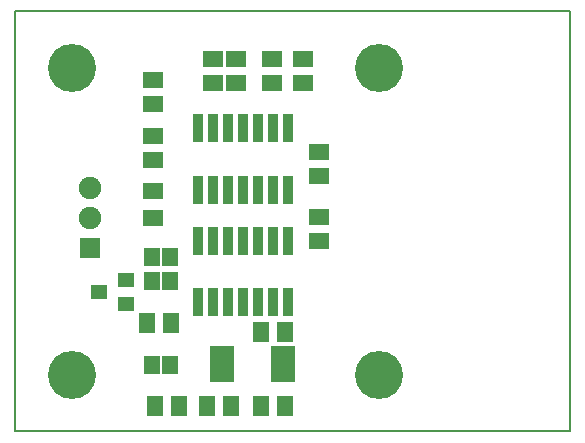
<source format=gbr>
%FSLAX23Y23*%
%MOIN*%
G04 EasyPC Gerber Version 18.0.1 Build 3581 *
%ADD120R,0.03360X0.09660*%
%ADD110R,0.05500X0.06000*%
%ADD28R,0.05528X0.06512*%
%ADD123R,0.08000X0.12000*%
%ADD25R,0.07000X0.07000*%
%ADD10C,0.00800*%
%ADD122R,0.05800X0.05000*%
%ADD72R,0.06512X0.05528*%
%ADD121C,0.07500*%
%ADD74C,0.16000*%
X0Y0D02*
D02*
D10*
X2341Y299D02*
Y1699D01*
X491*
Y299*
X2341*
D02*
D25*
X741Y911D03*
D02*
D28*
X931Y659D03*
X956Y384D03*
X1011Y659D03*
X1036Y384D03*
X1131D03*
X1211D03*
X1311D03*
Y631D03*
X1391Y384D03*
Y631D03*
D02*
D72*
X951Y1011D03*
Y1101D03*
Y1204D03*
Y1284D03*
Y1391D03*
Y1471D03*
X1151Y1459D03*
Y1539D03*
X1226Y1459D03*
Y1539D03*
X1346Y1459D03*
Y1539D03*
X1451Y1459D03*
Y1539D03*
X1504Y934D03*
Y1014D03*
Y1149D03*
Y1229D03*
D02*
D74*
X680Y486D03*
Y1511D03*
X1704Y486D03*
Y1511D03*
D02*
D110*
X946Y519D03*
Y799D03*
Y879D03*
X1006Y519D03*
Y799D03*
Y879D03*
D02*
D120*
X1101Y729D03*
Y934D03*
Y1104D03*
Y1309D03*
X1151Y729D03*
Y934D03*
Y1104D03*
Y1309D03*
X1201Y729D03*
Y934D03*
Y1104D03*
Y1309D03*
X1251Y729D03*
Y934D03*
Y1104D03*
Y1309D03*
X1301Y729D03*
Y934D03*
Y1104D03*
Y1309D03*
X1351Y729D03*
Y934D03*
Y1104D03*
Y1309D03*
X1401Y729D03*
Y934D03*
Y1104D03*
Y1309D03*
D02*
D121*
X741Y1011D03*
Y1111D03*
D02*
D122*
X772Y764D03*
X859Y724D03*
Y804D03*
D02*
D123*
X1179Y524D03*
X1383D03*
X0Y0D02*
M02*

</source>
